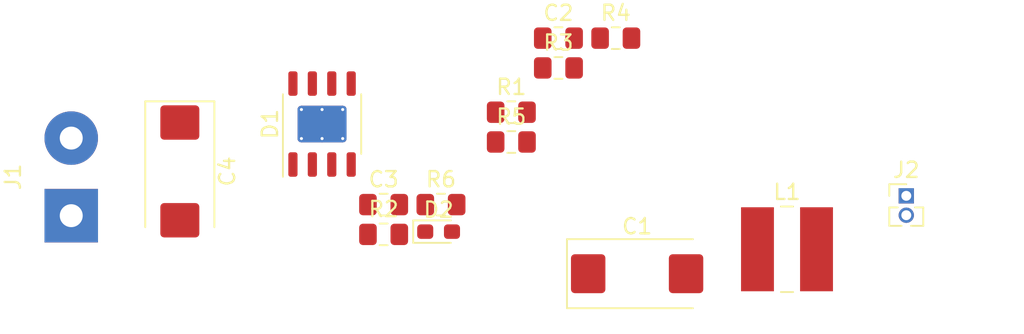
<source format=kicad_pcb>
(kicad_pcb (version 20171130) (host pcbnew "(5.0.2)-1")

  (general
    (thickness 1.6)
    (drawings 0)
    (tracks 0)
    (zones 0)
    (modules 15)
    (nets 11)
  )

  (page A4)
  (layers
    (0 F.Cu signal)
    (31 B.Cu signal)
    (32 B.Adhes user)
    (33 F.Adhes user)
    (34 B.Paste user)
    (35 F.Paste user)
    (36 B.SilkS user)
    (37 F.SilkS user)
    (38 B.Mask user)
    (39 F.Mask user)
    (40 Dwgs.User user)
    (41 Cmts.User user)
    (42 Eco1.User user)
    (43 Eco2.User user)
    (44 Edge.Cuts user)
    (45 Margin user)
    (46 B.CrtYd user)
    (47 F.CrtYd user)
    (48 B.Fab user)
    (49 F.Fab user)
  )

  (setup
    (last_trace_width 0.25)
    (trace_clearance 0.2)
    (zone_clearance 0.508)
    (zone_45_only no)
    (trace_min 0.2)
    (segment_width 0.2)
    (edge_width 0.15)
    (via_size 0.8)
    (via_drill 0.4)
    (via_min_size 0.4)
    (via_min_drill 0.3)
    (uvia_size 0.3)
    (uvia_drill 0.1)
    (uvias_allowed no)
    (uvia_min_size 0.2)
    (uvia_min_drill 0.1)
    (pcb_text_width 0.3)
    (pcb_text_size 1.5 1.5)
    (mod_edge_width 0.15)
    (mod_text_size 1 1)
    (mod_text_width 0.15)
    (pad_size 1.524 1.524)
    (pad_drill 0.762)
    (pad_to_mask_clearance 0.051)
    (solder_mask_min_width 0.25)
    (aux_axis_origin 0 0)
    (visible_elements FFFFFF7F)
    (pcbplotparams
      (layerselection 0x010fc_ffffffff)
      (usegerberextensions false)
      (usegerberattributes false)
      (usegerberadvancedattributes false)
      (creategerberjobfile false)
      (excludeedgelayer true)
      (linewidth 0.100000)
      (plotframeref false)
      (viasonmask false)
      (mode 1)
      (useauxorigin false)
      (hpglpennumber 1)
      (hpglpenspeed 20)
      (hpglpendiameter 15.000000)
      (psnegative false)
      (psa4output false)
      (plotreference true)
      (plotvalue true)
      (plotinvisibletext false)
      (padsonsilk false)
      (subtractmaskfromsilk false)
      (outputformat 1)
      (mirror false)
      (drillshape 1)
      (scaleselection 1)
      (outputdirectory ""))
  )

  (net 0 "")
  (net 1 /24V)
  (net 2 "Net-(C1-Pad2)")
  (net 3 "Net-(C2-Pad1)")
  (net 4 "Net-(C2-Pad2)")
  (net 5 "Net-(C3-Pad2)")
  (net 6 "Net-(C3-Pad1)")
  (net 7 GND)
  (net 8 /3.3V)
  (net 9 "Net-(D1-Pad4)")
  (net 10 "Net-(D1-Pad6)")

  (net_class Default "Это класс цепей по умолчанию."
    (clearance 0.2)
    (trace_width 0.25)
    (via_dia 0.8)
    (via_drill 0.4)
    (uvia_dia 0.3)
    (uvia_drill 0.1)
    (add_net /24V)
    (add_net /3.3V)
    (add_net GND)
    (add_net "Net-(C1-Pad2)")
    (add_net "Net-(C2-Pad1)")
    (add_net "Net-(C2-Pad2)")
    (add_net "Net-(C3-Pad1)")
    (add_net "Net-(C3-Pad2)")
    (add_net "Net-(D1-Pad4)")
    (add_net "Net-(D1-Pad6)")
  )

  (module Capacitor_Tantalum_SMD:CP_EIA-7343-43_Kemet-X_Pad2.25x2.55mm_HandSolder (layer F.Cu) (tedit 5B301BBE) (tstamp 5E96FA83)
    (at 147 96.8)
    (descr "Tantalum Capacitor SMD Kemet-X (7343-43 Metric), IPC_7351 nominal, (Body size from: http://www.kemet.com/Lists/ProductCatalog/Attachments/253/KEM_TC101_STD.pdf), generated with kicad-footprint-generator")
    (tags "capacitor tantalum")
    (path /5E71FCDE)
    (attr smd)
    (fp_text reference C1 (at 0 -3.1) (layer F.SilkS)
      (effects (font (size 1 1) (thickness 0.15)))
    )
    (fp_text value 50uf (at 0 3.1) (layer F.Fab)
      (effects (font (size 1 1) (thickness 0.15)))
    )
    (fp_line (start 3.65 -2.15) (end -2.65 -2.15) (layer F.Fab) (width 0.1))
    (fp_line (start -2.65 -2.15) (end -3.65 -1.15) (layer F.Fab) (width 0.1))
    (fp_line (start -3.65 -1.15) (end -3.65 2.15) (layer F.Fab) (width 0.1))
    (fp_line (start -3.65 2.15) (end 3.65 2.15) (layer F.Fab) (width 0.1))
    (fp_line (start 3.65 2.15) (end 3.65 -2.15) (layer F.Fab) (width 0.1))
    (fp_line (start 3.65 -2.26) (end -4.585 -2.26) (layer F.SilkS) (width 0.12))
    (fp_line (start -4.585 -2.26) (end -4.585 2.26) (layer F.SilkS) (width 0.12))
    (fp_line (start -4.585 2.26) (end 3.65 2.26) (layer F.SilkS) (width 0.12))
    (fp_line (start -4.58 2.4) (end -4.58 -2.4) (layer F.CrtYd) (width 0.05))
    (fp_line (start -4.58 -2.4) (end 4.58 -2.4) (layer F.CrtYd) (width 0.05))
    (fp_line (start 4.58 -2.4) (end 4.58 2.4) (layer F.CrtYd) (width 0.05))
    (fp_line (start 4.58 2.4) (end -4.58 2.4) (layer F.CrtYd) (width 0.05))
    (fp_text user %R (at 0.154999 -0.475001) (layer F.Fab)
      (effects (font (size 1 1) (thickness 0.15)))
    )
    (pad 1 smd roundrect (at -3.2 0) (size 2.25 2.55) (layers F.Cu F.Paste F.Mask) (roundrect_rratio 0.111111)
      (net 1 /24V))
    (pad 2 smd roundrect (at 3.2 0) (size 2.25 2.55) (layers F.Cu F.Paste F.Mask) (roundrect_rratio 0.111111)
      (net 2 "Net-(C1-Pad2)"))
    (model ${KISYS3DMOD}/Capacitor_Tantalum_SMD.3dshapes/CP_EIA-7343-43_Kemet-X.wrl
      (at (xyz 0 0 0))
      (scale (xyz 1 1 1))
      (rotate (xyz 0 0 0))
    )
  )

  (module Capacitor_SMD:C_0805_2012Metric_Pad1.15x1.40mm_HandSolder (layer F.Cu) (tedit 5B36C52B) (tstamp 5E96FA94)
    (at 141.855001 81.375001)
    (descr "Capacitor SMD 0805 (2012 Metric), square (rectangular) end terminal, IPC_7351 nominal with elongated pad for handsoldering. (Body size source: https://docs.google.com/spreadsheets/d/1BsfQQcO9C6DZCsRaXUlFlo91Tg2WpOkGARC1WS5S8t0/edit?usp=sharing), generated with kicad-footprint-generator")
    (tags "capacitor handsolder")
    (path /5E72045B)
    (attr smd)
    (fp_text reference C2 (at 0 -1.65) (layer F.SilkS)
      (effects (font (size 1 1) (thickness 0.15)))
    )
    (fp_text value 100nF (at 0 1.65) (layer F.Fab)
      (effects (font (size 1 1) (thickness 0.15)))
    )
    (fp_line (start -1 0.6) (end -1 -0.6) (layer F.Fab) (width 0.1))
    (fp_line (start -1 -0.6) (end 1 -0.6) (layer F.Fab) (width 0.1))
    (fp_line (start 1 -0.6) (end 1 0.6) (layer F.Fab) (width 0.1))
    (fp_line (start 1 0.6) (end -1 0.6) (layer F.Fab) (width 0.1))
    (fp_line (start -0.261252 -0.71) (end 0.261252 -0.71) (layer F.SilkS) (width 0.12))
    (fp_line (start -0.261252 0.71) (end 0.261252 0.71) (layer F.SilkS) (width 0.12))
    (fp_line (start -1.85 0.95) (end -1.85 -0.95) (layer F.CrtYd) (width 0.05))
    (fp_line (start -1.85 -0.95) (end 1.85 -0.95) (layer F.CrtYd) (width 0.05))
    (fp_line (start 1.85 -0.95) (end 1.85 0.95) (layer F.CrtYd) (width 0.05))
    (fp_line (start 1.85 0.95) (end -1.85 0.95) (layer F.CrtYd) (width 0.05))
    (fp_text user %R (at 0 0) (layer F.Fab)
      (effects (font (size 0.5 0.5) (thickness 0.08)))
    )
    (pad 1 smd roundrect (at -1.025 0) (size 1.15 1.4) (layers F.Cu F.Paste F.Mask) (roundrect_rratio 0.217391)
      (net 3 "Net-(C2-Pad1)"))
    (pad 2 smd roundrect (at 1.025 0) (size 1.15 1.4) (layers F.Cu F.Paste F.Mask) (roundrect_rratio 0.217391)
      (net 4 "Net-(C2-Pad2)"))
    (model ${KISYS3DMOD}/Capacitor_SMD.3dshapes/C_0805_2012Metric.wrl
      (at (xyz 0 0 0))
      (scale (xyz 1 1 1))
      (rotate (xyz 0 0 0))
    )
  )

  (module Capacitor_SMD:C_0805_2012Metric_Pad1.15x1.40mm_HandSolder (layer F.Cu) (tedit 5B36C52B) (tstamp 5E96FAA5)
    (at 130.425001 92.275001)
    (descr "Capacitor SMD 0805 (2012 Metric), square (rectangular) end terminal, IPC_7351 nominal with elongated pad for handsoldering. (Body size source: https://docs.google.com/spreadsheets/d/1BsfQQcO9C6DZCsRaXUlFlo91Tg2WpOkGARC1WS5S8t0/edit?usp=sharing), generated with kicad-footprint-generator")
    (tags "capacitor handsolder")
    (path /5E72225A)
    (attr smd)
    (fp_text reference C3 (at 0 -1.65) (layer F.SilkS)
      (effects (font (size 1 1) (thickness 0.15)))
    )
    (fp_text value 220pF (at 0 1.65) (layer F.Fab)
      (effects (font (size 1 1) (thickness 0.15)))
    )
    (fp_text user %R (at 0 0) (layer F.Fab)
      (effects (font (size 0.5 0.5) (thickness 0.08)))
    )
    (fp_line (start 1.85 0.95) (end -1.85 0.95) (layer F.CrtYd) (width 0.05))
    (fp_line (start 1.85 -0.95) (end 1.85 0.95) (layer F.CrtYd) (width 0.05))
    (fp_line (start -1.85 -0.95) (end 1.85 -0.95) (layer F.CrtYd) (width 0.05))
    (fp_line (start -1.85 0.95) (end -1.85 -0.95) (layer F.CrtYd) (width 0.05))
    (fp_line (start -0.261252 0.71) (end 0.261252 0.71) (layer F.SilkS) (width 0.12))
    (fp_line (start -0.261252 -0.71) (end 0.261252 -0.71) (layer F.SilkS) (width 0.12))
    (fp_line (start 1 0.6) (end -1 0.6) (layer F.Fab) (width 0.1))
    (fp_line (start 1 -0.6) (end 1 0.6) (layer F.Fab) (width 0.1))
    (fp_line (start -1 -0.6) (end 1 -0.6) (layer F.Fab) (width 0.1))
    (fp_line (start -1 0.6) (end -1 -0.6) (layer F.Fab) (width 0.1))
    (pad 2 smd roundrect (at 1.025 0) (size 1.15 1.4) (layers F.Cu F.Paste F.Mask) (roundrect_rratio 0.217391)
      (net 5 "Net-(C3-Pad2)"))
    (pad 1 smd roundrect (at -1.025 0) (size 1.15 1.4) (layers F.Cu F.Paste F.Mask) (roundrect_rratio 0.217391)
      (net 6 "Net-(C3-Pad1)"))
    (model ${KISYS3DMOD}/Capacitor_SMD.3dshapes/C_0805_2012Metric.wrl
      (at (xyz 0 0 0))
      (scale (xyz 1 1 1))
      (rotate (xyz 0 0 0))
    )
  )

  (module Capacitor_Tantalum_SMD:CP_EIA-7343-43_Kemet-X_Pad2.25x2.55mm_HandSolder (layer F.Cu) (tedit 5B301BBE) (tstamp 5E96FAB8)
    (at 117.1 90.1 270)
    (descr "Tantalum Capacitor SMD Kemet-X (7343-43 Metric), IPC_7351 nominal, (Body size from: http://www.kemet.com/Lists/ProductCatalog/Attachments/253/KEM_TC101_STD.pdf), generated with kicad-footprint-generator")
    (tags "capacitor tantalum")
    (path /5E71FF5B)
    (attr smd)
    (fp_text reference C4 (at 0 -3.1 270) (layer F.SilkS)
      (effects (font (size 1 1) (thickness 0.15)))
    )
    (fp_text value 22uF (at 0 3.1 270) (layer F.Fab)
      (effects (font (size 1 1) (thickness 0.15)))
    )
    (fp_text user %R (at 0.424999 -3.625001) (layer F.Fab)
      (effects (font (size 1 1) (thickness 0.15)))
    )
    (fp_line (start 4.58 2.4) (end -4.58 2.4) (layer F.CrtYd) (width 0.05))
    (fp_line (start 4.58 -2.4) (end 4.58 2.4) (layer F.CrtYd) (width 0.05))
    (fp_line (start -4.58 -2.4) (end 4.58 -2.4) (layer F.CrtYd) (width 0.05))
    (fp_line (start -4.58 2.4) (end -4.58 -2.4) (layer F.CrtYd) (width 0.05))
    (fp_line (start -4.585 2.26) (end 3.65 2.26) (layer F.SilkS) (width 0.12))
    (fp_line (start -4.585 -2.26) (end -4.585 2.26) (layer F.SilkS) (width 0.12))
    (fp_line (start 3.65 -2.26) (end -4.585 -2.26) (layer F.SilkS) (width 0.12))
    (fp_line (start 3.65 2.15) (end 3.65 -2.15) (layer F.Fab) (width 0.1))
    (fp_line (start -3.65 2.15) (end 3.65 2.15) (layer F.Fab) (width 0.1))
    (fp_line (start -3.65 -1.15) (end -3.65 2.15) (layer F.Fab) (width 0.1))
    (fp_line (start -2.65 -2.15) (end -3.65 -1.15) (layer F.Fab) (width 0.1))
    (fp_line (start 3.65 -2.15) (end -2.65 -2.15) (layer F.Fab) (width 0.1))
    (pad 2 smd roundrect (at 3.2 0 270) (size 2.25 2.55) (layers F.Cu F.Paste F.Mask) (roundrect_rratio 0.111111)
      (net 7 GND))
    (pad 1 smd roundrect (at -3.2 0 270) (size 2.25 2.55) (layers F.Cu F.Paste F.Mask) (roundrect_rratio 0.111111)
      (net 8 /3.3V))
    (model ${KISYS3DMOD}/Capacitor_Tantalum_SMD.3dshapes/CP_EIA-7343-43_Kemet-X.wrl
      (at (xyz 0 0 0))
      (scale (xyz 1 1 1))
      (rotate (xyz 0 0 0))
    )
  )

  (module Package_SO:HTSOP-8-1EP_3.9x4.9mm_P1.27mm_EP2.4x3.2mm_ThermalVias (layer F.Cu) (tedit 5B79F799) (tstamp 5E96FADC)
    (at 126.4 87 90)
    (descr "HTSOP, 8 Pin (https://media.digikey.com/pdf/Data%20Sheets/Rohm%20PDFs/BD9G341EFJ.pdf), generated with kicad-footprint-generator ipc_gullwing_generator.py")
    (tags "HTSOP SO")
    (path /5E720629)
    (attr smd)
    (fp_text reference D1 (at 0 -3.4 90) (layer F.SilkS)
      (effects (font (size 1 1) (thickness 0.15)))
    )
    (fp_text value MP1584EN (at 0 3.4 90) (layer F.Fab)
      (effects (font (size 1 1) (thickness 0.15)))
    )
    (fp_line (start -3.45 -2.56) (end 1.95 -2.56) (layer F.SilkS) (width 0.12))
    (fp_line (start -1.95 2.56) (end 1.95 2.56) (layer F.SilkS) (width 0.12))
    (fp_line (start -0.975 -2.45) (end 1.95 -2.45) (layer F.Fab) (width 0.1))
    (fp_line (start 1.95 -2.45) (end 1.95 2.45) (layer F.Fab) (width 0.1))
    (fp_line (start 1.95 2.45) (end -1.95 2.45) (layer F.Fab) (width 0.1))
    (fp_line (start -1.95 2.45) (end -1.95 -1.475) (layer F.Fab) (width 0.1))
    (fp_line (start -1.95 -1.475) (end -0.975 -2.45) (layer F.Fab) (width 0.1))
    (fp_line (start -3.7 -2.7) (end -3.7 2.7) (layer F.CrtYd) (width 0.05))
    (fp_line (start -3.7 2.7) (end 3.7 2.7) (layer F.CrtYd) (width 0.05))
    (fp_line (start 3.7 2.7) (end 3.7 -2.7) (layer F.CrtYd) (width 0.05))
    (fp_line (start 3.7 -2.7) (end -3.7 -2.7) (layer F.CrtYd) (width 0.05))
    (fp_text user %R (at 0 0 90) (layer F.Fab)
      (effects (font (size 0.98 0.98) (thickness 0.15)))
    )
    (pad 9 smd roundrect (at 0 0 90) (size 2.4 3.2) (layers F.Cu F.Mask) (roundrect_rratio 0.104167))
    (pad 9 thru_hole circle (at -0.95 -1.35 90) (size 0.5 0.5) (drill 0.2) (layers *.Cu))
    (pad 9 thru_hole circle (at 0.95 -1.35 90) (size 0.5 0.5) (drill 0.2) (layers *.Cu))
    (pad 9 thru_hole circle (at -0.95 0 90) (size 0.5 0.5) (drill 0.2) (layers *.Cu))
    (pad 9 thru_hole circle (at 0.95 0 90) (size 0.5 0.5) (drill 0.2) (layers *.Cu))
    (pad 9 thru_hole circle (at -0.95 1.35 90) (size 0.5 0.5) (drill 0.2) (layers *.Cu))
    (pad 9 thru_hole circle (at 0.95 1.35 90) (size 0.5 0.5) (drill 0.2) (layers *.Cu))
    (pad 9 smd roundrect (at 0 0 90) (size 2.4 3.2) (layers B.Cu) (roundrect_rratio 0.104167))
    (pad "" smd roundrect (at -0.6 -0.8 90) (size 0.97 1.29) (layers F.Paste) (roundrect_rratio 0.25))
    (pad "" smd roundrect (at -0.6 0.8 90) (size 0.97 1.29) (layers F.Paste) (roundrect_rratio 0.25))
    (pad "" smd roundrect (at 0.6 -0.8 90) (size 0.97 1.29) (layers F.Paste) (roundrect_rratio 0.25))
    (pad "" smd roundrect (at 0.6 0.8 90) (size 0.97 1.29) (layers F.Paste) (roundrect_rratio 0.25))
    (pad 1 smd roundrect (at -2.65 -1.905 90) (size 1.6 0.6) (layers F.Cu F.Paste F.Mask) (roundrect_rratio 0.25)
      (net 3 "Net-(C2-Pad1)"))
    (pad 2 smd roundrect (at -2.65 -0.635 90) (size 1.6 0.6) (layers F.Cu F.Paste F.Mask) (roundrect_rratio 0.25)
      (net 2 "Net-(C1-Pad2)"))
    (pad 3 smd roundrect (at -2.65 0.635 90) (size 1.6 0.6) (layers F.Cu F.Paste F.Mask) (roundrect_rratio 0.25)
      (net 5 "Net-(C3-Pad2)"))
    (pad 4 smd roundrect (at -2.65 1.905 90) (size 1.6 0.6) (layers F.Cu F.Paste F.Mask) (roundrect_rratio 0.25)
      (net 9 "Net-(D1-Pad4)"))
    (pad 5 smd roundrect (at 2.65 1.905 90) (size 1.6 0.6) (layers F.Cu F.Paste F.Mask) (roundrect_rratio 0.25)
      (net 7 GND))
    (pad 6 smd roundrect (at 2.65 0.635 90) (size 1.6 0.6) (layers F.Cu F.Paste F.Mask) (roundrect_rratio 0.25)
      (net 10 "Net-(D1-Pad6)"))
    (pad 7 smd roundrect (at 2.65 -0.635 90) (size 1.6 0.6) (layers F.Cu F.Paste F.Mask) (roundrect_rratio 0.25)
      (net 1 /24V))
    (pad 8 smd roundrect (at 2.65 -1.905 90) (size 1.6 0.6) (layers F.Cu F.Paste F.Mask) (roundrect_rratio 0.25)
      (net 4 "Net-(C2-Pad2)"))
    (model ${KISYS3DMOD}/Package_SO.3dshapes/HTSOP-8-1EP_3.9x4.9mm_P1.27mm_EP2.4x3.2mm.wrl
      (at (xyz 0 0 0))
      (scale (xyz 1 1 1))
      (rotate (xyz 0 0 0))
    )
  )

  (module Diode_SMD:D_0603_1608Metric_Pad1.05x0.95mm_HandSolder (layer F.Cu) (tedit 5B4B45C8) (tstamp 5E96FAEF)
    (at 134.020001 94.045001)
    (descr "Diode SMD 0603 (1608 Metric), square (rectangular) end terminal, IPC_7351 nominal, (Body size source: http://www.tortai-tech.com/upload/download/2011102023233369053.pdf), generated with kicad-footprint-generator")
    (tags "diode handsolder")
    (path /5E71FE3E)
    (attr smd)
    (fp_text reference D2 (at 0 -1.43) (layer F.SilkS)
      (effects (font (size 1 1) (thickness 0.15)))
    )
    (fp_text value D_Schottky (at 0 1.43) (layer F.Fab)
      (effects (font (size 1 1) (thickness 0.15)))
    )
    (fp_line (start 0.8 -0.4) (end -0.5 -0.4) (layer F.Fab) (width 0.1))
    (fp_line (start -0.5 -0.4) (end -0.8 -0.1) (layer F.Fab) (width 0.1))
    (fp_line (start -0.8 -0.1) (end -0.8 0.4) (layer F.Fab) (width 0.1))
    (fp_line (start -0.8 0.4) (end 0.8 0.4) (layer F.Fab) (width 0.1))
    (fp_line (start 0.8 0.4) (end 0.8 -0.4) (layer F.Fab) (width 0.1))
    (fp_line (start 0.8 -0.735) (end -1.66 -0.735) (layer F.SilkS) (width 0.12))
    (fp_line (start -1.66 -0.735) (end -1.66 0.735) (layer F.SilkS) (width 0.12))
    (fp_line (start -1.66 0.735) (end 0.8 0.735) (layer F.SilkS) (width 0.12))
    (fp_line (start -1.65 0.73) (end -1.65 -0.73) (layer F.CrtYd) (width 0.05))
    (fp_line (start -1.65 -0.73) (end 1.65 -0.73) (layer F.CrtYd) (width 0.05))
    (fp_line (start 1.65 -0.73) (end 1.65 0.73) (layer F.CrtYd) (width 0.05))
    (fp_line (start 1.65 0.73) (end -1.65 0.73) (layer F.CrtYd) (width 0.05))
    (fp_text user %R (at 0 0) (layer F.Fab)
      (effects (font (size 0.4 0.4) (thickness 0.06)))
    )
    (pad 1 smd roundrect (at -0.875 0) (size 1.05 0.95) (layers F.Cu F.Paste F.Mask) (roundrect_rratio 0.25)
      (net 3 "Net-(C2-Pad1)"))
    (pad 2 smd roundrect (at 0.875 0) (size 1.05 0.95) (layers F.Cu F.Paste F.Mask) (roundrect_rratio 0.25)
      (net 7 GND))
    (model ${KISYS3DMOD}/Diode_SMD.3dshapes/D_0603_1608Metric.wrl
      (at (xyz 0 0 0))
      (scale (xyz 1 1 1))
      (rotate (xyz 0 0 0))
    )
  )

  (module Connector_Wire:SolderWirePad_1x02_P5.08mm_Drill1.5mm (layer F.Cu) (tedit 5AEE5F19) (tstamp 5E96FAFA)
    (at 110 93 90)
    (descr "Wire solder connection")
    (tags connector)
    (path /5E8C7748)
    (attr virtual)
    (fp_text reference J1 (at 2.54 -3.81 90) (layer F.SilkS)
      (effects (font (size 1 1) (thickness 0.15)))
    )
    (fp_text value Conn_01x02_Female (at 2.54 3.81 90) (layer F.Fab)
      (effects (font (size 1 1) (thickness 0.15)))
    )
    (fp_text user %R (at 2.54 0 90) (layer F.Fab)
      (effects (font (size 1 1) (thickness 0.15)))
    )
    (fp_line (start -2.25 -2.25) (end 7.33 -2.25) (layer F.CrtYd) (width 0.05))
    (fp_line (start -2.25 -2.25) (end -2.25 2.25) (layer F.CrtYd) (width 0.05))
    (fp_line (start 7.33 2.25) (end 7.33 -2.25) (layer F.CrtYd) (width 0.05))
    (fp_line (start 7.33 2.25) (end -2.25 2.25) (layer F.CrtYd) (width 0.05))
    (pad 1 thru_hole rect (at 0 0 90) (size 3.50012 3.50012) (drill 1.50114) (layers *.Cu *.Mask)
      (net 7 GND))
    (pad 2 thru_hole circle (at 5.08 0 90) (size 3.50012 3.50012) (drill 1.50114) (layers *.Cu *.Mask)
      (net 1 /24V))
  )

  (module Connector_PinHeader_1.27mm:PinHeader_1x02_P1.27mm_Vertical (layer F.Cu) (tedit 59FED6E3) (tstamp 5E96FB12)
    (at 164.6 91.7)
    (descr "Through hole straight pin header, 1x02, 1.27mm pitch, single row")
    (tags "Through hole pin header THT 1x02 1.27mm single row")
    (path /5E8C9355)
    (fp_text reference J2 (at 0 -1.695) (layer F.SilkS)
      (effects (font (size 1 1) (thickness 0.15)))
    )
    (fp_text value Conn_01x02_Female (at 0 2.965) (layer F.Fab)
      (effects (font (size 1 1) (thickness 0.15)))
    )
    (fp_line (start -0.525 -0.635) (end 1.05 -0.635) (layer F.Fab) (width 0.1))
    (fp_line (start 1.05 -0.635) (end 1.05 1.905) (layer F.Fab) (width 0.1))
    (fp_line (start 1.05 1.905) (end -1.05 1.905) (layer F.Fab) (width 0.1))
    (fp_line (start -1.05 1.905) (end -1.05 -0.11) (layer F.Fab) (width 0.1))
    (fp_line (start -1.05 -0.11) (end -0.525 -0.635) (layer F.Fab) (width 0.1))
    (fp_line (start -1.11 1.965) (end -0.30753 1.965) (layer F.SilkS) (width 0.12))
    (fp_line (start 0.30753 1.965) (end 1.11 1.965) (layer F.SilkS) (width 0.12))
    (fp_line (start -1.11 0.76) (end -1.11 1.965) (layer F.SilkS) (width 0.12))
    (fp_line (start 1.11 0.76) (end 1.11 1.965) (layer F.SilkS) (width 0.12))
    (fp_line (start -1.11 0.76) (end -0.563471 0.76) (layer F.SilkS) (width 0.12))
    (fp_line (start 0.563471 0.76) (end 1.11 0.76) (layer F.SilkS) (width 0.12))
    (fp_line (start -1.11 0) (end -1.11 -0.76) (layer F.SilkS) (width 0.12))
    (fp_line (start -1.11 -0.76) (end 0 -0.76) (layer F.SilkS) (width 0.12))
    (fp_line (start -1.55 -1.15) (end -1.55 2.45) (layer F.CrtYd) (width 0.05))
    (fp_line (start -1.55 2.45) (end 1.55 2.45) (layer F.CrtYd) (width 0.05))
    (fp_line (start 1.55 2.45) (end 1.55 -1.15) (layer F.CrtYd) (width 0.05))
    (fp_line (start 1.55 -1.15) (end -1.55 -1.15) (layer F.CrtYd) (width 0.05))
    (fp_text user %R (at 0 0.635 90) (layer F.Fab)
      (effects (font (size 1 1) (thickness 0.15)))
    )
    (pad 1 thru_hole rect (at 0 0) (size 1 1) (drill 0.65) (layers *.Cu *.Mask)
      (net 8 /3.3V))
    (pad 2 thru_hole oval (at 0 1.27) (size 1 1) (drill 0.65) (layers *.Cu *.Mask)
      (net 7 GND))
    (model ${KISYS3DMOD}/Connector_PinHeader_1.27mm.3dshapes/PinHeader_1x02_P1.27mm_Vertical.wrl
      (at (xyz 0 0 0))
      (scale (xyz 1 1 1))
      (rotate (xyz 0 0 0))
    )
  )

  (module Inductor_SMD:L_Wuerth_WE-PD2-Typ-MS (layer F.Cu) (tedit 5990349D) (tstamp 5E96FB23)
    (at 156.8 95.2)
    (descr "Choke, Drossel, WE-PD2, Typ MS, Wuerth, SMD,")
    (tags "Choke Drossel WE-PD2 TypMS Wuerth SMD ")
    (path /5E71FD48)
    (attr smd)
    (fp_text reference L1 (at 0 -3.75) (layer F.SilkS)
      (effects (font (size 1 1) (thickness 0.15)))
    )
    (fp_text value 10uH (at 0 4) (layer F.Fab)
      (effects (font (size 1 1) (thickness 0.15)))
    )
    (fp_text user %R (at 0 0) (layer F.Fab)
      (effects (font (size 1 1) (thickness 0.15)))
    )
    (fp_line (start -2.2 -2.6) (end 2.2 -2.6) (layer F.Fab) (width 0.1))
    (fp_line (start 2.2 2.6) (end -2.2 2.6) (layer F.Fab) (width 0.1))
    (fp_line (start 3.25 -3) (end 3.25 3) (layer F.CrtYd) (width 0.05))
    (fp_line (start 3.25 3) (end -3.25 3) (layer F.CrtYd) (width 0.05))
    (fp_line (start -3.25 3) (end -3.25 -3) (layer F.CrtYd) (width 0.05))
    (fp_line (start -3.25 -3) (end 3.25 -3) (layer F.CrtYd) (width 0.05))
    (fp_line (start -0.4 2.8) (end 0.4 2.8) (layer F.SilkS) (width 0.12))
    (fp_line (start -0.4 -2.8) (end 0.4 -2.8) (layer F.SilkS) (width 0.12))
    (fp_arc (start -2.9 0) (end 2.3 -2.5) (angle 52) (layer F.Fab) (width 0.1))
    (fp_arc (start 2.9 0) (end -2.3 2.5) (angle 52) (layer F.Fab) (width 0.1))
    (pad 1 smd rect (at -1.93 0) (size 2.15 5.5) (layers F.Cu F.Paste F.Mask)
      (net 3 "Net-(C2-Pad1)"))
    (pad 2 smd rect (at 1.93 0) (size 2.15 5.5) (layers F.Cu F.Paste F.Mask)
      (net 8 /3.3V))
    (model ${KISYS3DMOD}/Inductor_SMD.3dshapes/L_Wuerth_WE-PD2-Typ-MS.wrl
      (at (xyz 0 0 0))
      (scale (xyz 1 1 1))
      (rotate (xyz 0 0 0))
    )
  )

  (module Resistor_SMD:R_0805_2012Metric_Pad1.15x1.40mm_HandSolder (layer F.Cu) (tedit 5B36C52B) (tstamp 5E96FB34)
    (at 138.775001 86.225001)
    (descr "Resistor SMD 0805 (2012 Metric), square (rectangular) end terminal, IPC_7351 nominal with elongated pad for handsoldering. (Body size source: https://docs.google.com/spreadsheets/d/1BsfQQcO9C6DZCsRaXUlFlo91Tg2WpOkGARC1WS5S8t0/edit?usp=sharing), generated with kicad-footprint-generator")
    (tags "resistor handsolder")
    (path /5E71FF8B)
    (attr smd)
    (fp_text reference R1 (at 0 -1.65) (layer F.SilkS)
      (effects (font (size 1 1) (thickness 0.15)))
    )
    (fp_text value 24.9K (at 0 1.65) (layer F.Fab)
      (effects (font (size 1 1) (thickness 0.15)))
    )
    (fp_line (start -1 0.6) (end -1 -0.6) (layer F.Fab) (width 0.1))
    (fp_line (start -1 -0.6) (end 1 -0.6) (layer F.Fab) (width 0.1))
    (fp_line (start 1 -0.6) (end 1 0.6) (layer F.Fab) (width 0.1))
    (fp_line (start 1 0.6) (end -1 0.6) (layer F.Fab) (width 0.1))
    (fp_line (start -0.261252 -0.71) (end 0.261252 -0.71) (layer F.SilkS) (width 0.12))
    (fp_line (start -0.261252 0.71) (end 0.261252 0.71) (layer F.SilkS) (width 0.12))
    (fp_line (start -1.85 0.95) (end -1.85 -0.95) (layer F.CrtYd) (width 0.05))
    (fp_line (start -1.85 -0.95) (end 1.85 -0.95) (layer F.CrtYd) (width 0.05))
    (fp_line (start 1.85 -0.95) (end 1.85 0.95) (layer F.CrtYd) (width 0.05))
    (fp_line (start 1.85 0.95) (end -1.85 0.95) (layer F.CrtYd) (width 0.05))
    (fp_text user %R (at 0 0) (layer F.Fab)
      (effects (font (size 0.5 0.5) (thickness 0.08)))
    )
    (pad 1 smd roundrect (at -1.025 0) (size 1.15 1.4) (layers F.Cu F.Paste F.Mask) (roundrect_rratio 0.217391)
      (net 2 "Net-(C1-Pad2)"))
    (pad 2 smd roundrect (at 1.025 0) (size 1.15 1.4) (layers F.Cu F.Paste F.Mask) (roundrect_rratio 0.217391)
      (net 7 GND))
    (model ${KISYS3DMOD}/Resistor_SMD.3dshapes/R_0805_2012Metric.wrl
      (at (xyz 0 0 0))
      (scale (xyz 1 1 1))
      (rotate (xyz 0 0 0))
    )
  )

  (module Resistor_SMD:R_0805_2012Metric_Pad1.15x1.40mm_HandSolder (layer F.Cu) (tedit 5B36C52B) (tstamp 5E96FB45)
    (at 130.425001 94.225001)
    (descr "Resistor SMD 0805 (2012 Metric), square (rectangular) end terminal, IPC_7351 nominal with elongated pad for handsoldering. (Body size source: https://docs.google.com/spreadsheets/d/1BsfQQcO9C6DZCsRaXUlFlo91Tg2WpOkGARC1WS5S8t0/edit?usp=sharing), generated with kicad-footprint-generator")
    (tags "resistor handsolder")
    (path /5E71FC39)
    (attr smd)
    (fp_text reference R2 (at 0 -1.65) (layer F.SilkS)
      (effects (font (size 1 1) (thickness 0.15)))
    )
    (fp_text value 100K (at 0 1.65) (layer F.Fab)
      (effects (font (size 1 1) (thickness 0.15)))
    )
    (fp_line (start -1 0.6) (end -1 -0.6) (layer F.Fab) (width 0.1))
    (fp_line (start -1 -0.6) (end 1 -0.6) (layer F.Fab) (width 0.1))
    (fp_line (start 1 -0.6) (end 1 0.6) (layer F.Fab) (width 0.1))
    (fp_line (start 1 0.6) (end -1 0.6) (layer F.Fab) (width 0.1))
    (fp_line (start -0.261252 -0.71) (end 0.261252 -0.71) (layer F.SilkS) (width 0.12))
    (fp_line (start -0.261252 0.71) (end 0.261252 0.71) (layer F.SilkS) (width 0.12))
    (fp_line (start -1.85 0.95) (end -1.85 -0.95) (layer F.CrtYd) (width 0.05))
    (fp_line (start -1.85 -0.95) (end 1.85 -0.95) (layer F.CrtYd) (width 0.05))
    (fp_line (start 1.85 -0.95) (end 1.85 0.95) (layer F.CrtYd) (width 0.05))
    (fp_line (start 1.85 0.95) (end -1.85 0.95) (layer F.CrtYd) (width 0.05))
    (fp_text user %R (at 0 0) (layer F.Fab)
      (effects (font (size 0.5 0.5) (thickness 0.08)))
    )
    (pad 1 smd roundrect (at -1.025 0) (size 1.15 1.4) (layers F.Cu F.Paste F.Mask) (roundrect_rratio 0.217391)
      (net 1 /24V))
    (pad 2 smd roundrect (at 1.025 0) (size 1.15 1.4) (layers F.Cu F.Paste F.Mask) (roundrect_rratio 0.217391)
      (net 2 "Net-(C1-Pad2)"))
    (model ${KISYS3DMOD}/Resistor_SMD.3dshapes/R_0805_2012Metric.wrl
      (at (xyz 0 0 0))
      (scale (xyz 1 1 1))
      (rotate (xyz 0 0 0))
    )
  )

  (module Resistor_SMD:R_0805_2012Metric_Pad1.15x1.40mm_HandSolder (layer F.Cu) (tedit 5B36C52B) (tstamp 5E96FB56)
    (at 141.855001 83.325001)
    (descr "Resistor SMD 0805 (2012 Metric), square (rectangular) end terminal, IPC_7351 nominal with elongated pad for handsoldering. (Body size source: https://docs.google.com/spreadsheets/d/1BsfQQcO9C6DZCsRaXUlFlo91Tg2WpOkGARC1WS5S8t0/edit?usp=sharing), generated with kicad-footprint-generator")
    (tags "resistor handsolder")
    (path /5E71FF25)
    (attr smd)
    (fp_text reference R3 (at 0 -1.65) (layer F.SilkS)
      (effects (font (size 1 1) (thickness 0.15)))
    )
    (fp_text value 200K (at 0 1.65) (layer F.Fab)
      (effects (font (size 1 1) (thickness 0.15)))
    )
    (fp_text user %R (at 0 0) (layer F.Fab)
      (effects (font (size 0.5 0.5) (thickness 0.08)))
    )
    (fp_line (start 1.85 0.95) (end -1.85 0.95) (layer F.CrtYd) (width 0.05))
    (fp_line (start 1.85 -0.95) (end 1.85 0.95) (layer F.CrtYd) (width 0.05))
    (fp_line (start -1.85 -0.95) (end 1.85 -0.95) (layer F.CrtYd) (width 0.05))
    (fp_line (start -1.85 0.95) (end -1.85 -0.95) (layer F.CrtYd) (width 0.05))
    (fp_line (start -0.261252 0.71) (end 0.261252 0.71) (layer F.SilkS) (width 0.12))
    (fp_line (start -0.261252 -0.71) (end 0.261252 -0.71) (layer F.SilkS) (width 0.12))
    (fp_line (start 1 0.6) (end -1 0.6) (layer F.Fab) (width 0.1))
    (fp_line (start 1 -0.6) (end 1 0.6) (layer F.Fab) (width 0.1))
    (fp_line (start -1 -0.6) (end 1 -0.6) (layer F.Fab) (width 0.1))
    (fp_line (start -1 0.6) (end -1 -0.6) (layer F.Fab) (width 0.1))
    (pad 2 smd roundrect (at 1.025 0) (size 1.15 1.4) (layers F.Cu F.Paste F.Mask) (roundrect_rratio 0.217391)
      (net 7 GND))
    (pad 1 smd roundrect (at -1.025 0) (size 1.15 1.4) (layers F.Cu F.Paste F.Mask) (roundrect_rratio 0.217391)
      (net 10 "Net-(D1-Pad6)"))
    (model ${KISYS3DMOD}/Resistor_SMD.3dshapes/R_0805_2012Metric.wrl
      (at (xyz 0 0 0))
      (scale (xyz 1 1 1))
      (rotate (xyz 0 0 0))
    )
  )

  (module Resistor_SMD:R_0805_2012Metric_Pad1.15x1.40mm_HandSolder (layer F.Cu) (tedit 5B36C52B) (tstamp 5E96FB67)
    (at 145.605001 81.375001)
    (descr "Resistor SMD 0805 (2012 Metric), square (rectangular) end terminal, IPC_7351 nominal with elongated pad for handsoldering. (Body size source: https://docs.google.com/spreadsheets/d/1BsfQQcO9C6DZCsRaXUlFlo91Tg2WpOkGARC1WS5S8t0/edit?usp=sharing), generated with kicad-footprint-generator")
    (tags "resistor handsolder")
    (path /5E722A25)
    (attr smd)
    (fp_text reference R4 (at 0 -1.65) (layer F.SilkS)
      (effects (font (size 1 1) (thickness 0.15)))
    )
    (fp_text value 68.1K (at 0 1.65) (layer F.Fab)
      (effects (font (size 1 1) (thickness 0.15)))
    )
    (fp_text user %R (at 0 0) (layer F.Fab)
      (effects (font (size 0.5 0.5) (thickness 0.08)))
    )
    (fp_line (start 1.85 0.95) (end -1.85 0.95) (layer F.CrtYd) (width 0.05))
    (fp_line (start 1.85 -0.95) (end 1.85 0.95) (layer F.CrtYd) (width 0.05))
    (fp_line (start -1.85 -0.95) (end 1.85 -0.95) (layer F.CrtYd) (width 0.05))
    (fp_line (start -1.85 0.95) (end -1.85 -0.95) (layer F.CrtYd) (width 0.05))
    (fp_line (start -0.261252 0.71) (end 0.261252 0.71) (layer F.SilkS) (width 0.12))
    (fp_line (start -0.261252 -0.71) (end 0.261252 -0.71) (layer F.SilkS) (width 0.12))
    (fp_line (start 1 0.6) (end -1 0.6) (layer F.Fab) (width 0.1))
    (fp_line (start 1 -0.6) (end 1 0.6) (layer F.Fab) (width 0.1))
    (fp_line (start -1 -0.6) (end 1 -0.6) (layer F.Fab) (width 0.1))
    (fp_line (start -1 0.6) (end -1 -0.6) (layer F.Fab) (width 0.1))
    (pad 2 smd roundrect (at 1.025 0) (size 1.15 1.4) (layers F.Cu F.Paste F.Mask) (roundrect_rratio 0.217391)
      (net 7 GND))
    (pad 1 smd roundrect (at -1.025 0) (size 1.15 1.4) (layers F.Cu F.Paste F.Mask) (roundrect_rratio 0.217391)
      (net 6 "Net-(C3-Pad1)"))
    (model ${KISYS3DMOD}/Resistor_SMD.3dshapes/R_0805_2012Metric.wrl
      (at (xyz 0 0 0))
      (scale (xyz 1 1 1))
      (rotate (xyz 0 0 0))
    )
  )

  (module Resistor_SMD:R_0805_2012Metric_Pad1.15x1.40mm_HandSolder (layer F.Cu) (tedit 5B36C52B) (tstamp 5E96FB78)
    (at 138.775001 88.175001)
    (descr "Resistor SMD 0805 (2012 Metric), square (rectangular) end terminal, IPC_7351 nominal with elongated pad for handsoldering. (Body size source: https://docs.google.com/spreadsheets/d/1BsfQQcO9C6DZCsRaXUlFlo91Tg2WpOkGARC1WS5S8t0/edit?usp=sharing), generated with kicad-footprint-generator")
    (tags "resistor handsolder")
    (path /5E721E0C)
    (attr smd)
    (fp_text reference R5 (at 0 -1.65) (layer F.SilkS)
      (effects (font (size 1 1) (thickness 0.15)))
    )
    (fp_text value 40.2K (at 0 1.65) (layer F.Fab)
      (effects (font (size 1 1) (thickness 0.15)))
    )
    (fp_line (start -1 0.6) (end -1 -0.6) (layer F.Fab) (width 0.1))
    (fp_line (start -1 -0.6) (end 1 -0.6) (layer F.Fab) (width 0.1))
    (fp_line (start 1 -0.6) (end 1 0.6) (layer F.Fab) (width 0.1))
    (fp_line (start 1 0.6) (end -1 0.6) (layer F.Fab) (width 0.1))
    (fp_line (start -0.261252 -0.71) (end 0.261252 -0.71) (layer F.SilkS) (width 0.12))
    (fp_line (start -0.261252 0.71) (end 0.261252 0.71) (layer F.SilkS) (width 0.12))
    (fp_line (start -1.85 0.95) (end -1.85 -0.95) (layer F.CrtYd) (width 0.05))
    (fp_line (start -1.85 -0.95) (end 1.85 -0.95) (layer F.CrtYd) (width 0.05))
    (fp_line (start 1.85 -0.95) (end 1.85 0.95) (layer F.CrtYd) (width 0.05))
    (fp_line (start 1.85 0.95) (end -1.85 0.95) (layer F.CrtYd) (width 0.05))
    (fp_text user %R (at 0 0) (layer F.Fab)
      (effects (font (size 0.5 0.5) (thickness 0.08)))
    )
    (pad 1 smd roundrect (at -1.025 0) (size 1.15 1.4) (layers F.Cu F.Paste F.Mask) (roundrect_rratio 0.217391)
      (net 9 "Net-(D1-Pad4)"))
    (pad 2 smd roundrect (at 1.025 0) (size 1.15 1.4) (layers F.Cu F.Paste F.Mask) (roundrect_rratio 0.217391)
      (net 7 GND))
    (model ${KISYS3DMOD}/Resistor_SMD.3dshapes/R_0805_2012Metric.wrl
      (at (xyz 0 0 0))
      (scale (xyz 1 1 1))
      (rotate (xyz 0 0 0))
    )
  )

  (module Resistor_SMD:R_0805_2012Metric_Pad1.15x1.40mm_HandSolder (layer F.Cu) (tedit 5B36C52B) (tstamp 5E96FB89)
    (at 134.175001 92.275001)
    (descr "Resistor SMD 0805 (2012 Metric), square (rectangular) end terminal, IPC_7351 nominal with elongated pad for handsoldering. (Body size source: https://docs.google.com/spreadsheets/d/1BsfQQcO9C6DZCsRaXUlFlo91Tg2WpOkGARC1WS5S8t0/edit?usp=sharing), generated with kicad-footprint-generator")
    (tags "resistor handsolder")
    (path /5E7217E0)
    (attr smd)
    (fp_text reference R6 (at 0 -1.65) (layer F.SilkS)
      (effects (font (size 1 1) (thickness 0.15)))
    )
    (fp_text value 124K (at 0 1.65) (layer F.Fab)
      (effects (font (size 1 1) (thickness 0.15)))
    )
    (fp_text user %R (at 0 0) (layer F.Fab)
      (effects (font (size 0.5 0.5) (thickness 0.08)))
    )
    (fp_line (start 1.85 0.95) (end -1.85 0.95) (layer F.CrtYd) (width 0.05))
    (fp_line (start 1.85 -0.95) (end 1.85 0.95) (layer F.CrtYd) (width 0.05))
    (fp_line (start -1.85 -0.95) (end 1.85 -0.95) (layer F.CrtYd) (width 0.05))
    (fp_line (start -1.85 0.95) (end -1.85 -0.95) (layer F.CrtYd) (width 0.05))
    (fp_line (start -0.261252 0.71) (end 0.261252 0.71) (layer F.SilkS) (width 0.12))
    (fp_line (start -0.261252 -0.71) (end 0.261252 -0.71) (layer F.SilkS) (width 0.12))
    (fp_line (start 1 0.6) (end -1 0.6) (layer F.Fab) (width 0.1))
    (fp_line (start 1 -0.6) (end 1 0.6) (layer F.Fab) (width 0.1))
    (fp_line (start -1 -0.6) (end 1 -0.6) (layer F.Fab) (width 0.1))
    (fp_line (start -1 0.6) (end -1 -0.6) (layer F.Fab) (width 0.1))
    (pad 2 smd roundrect (at 1.025 0) (size 1.15 1.4) (layers F.Cu F.Paste F.Mask) (roundrect_rratio 0.217391)
      (net 9 "Net-(D1-Pad4)"))
    (pad 1 smd roundrect (at -1.025 0) (size 1.15 1.4) (layers F.Cu F.Paste F.Mask) (roundrect_rratio 0.217391)
      (net 8 /3.3V))
    (model ${KISYS3DMOD}/Resistor_SMD.3dshapes/R_0805_2012Metric.wrl
      (at (xyz 0 0 0))
      (scale (xyz 1 1 1))
      (rotate (xyz 0 0 0))
    )
  )

)

</source>
